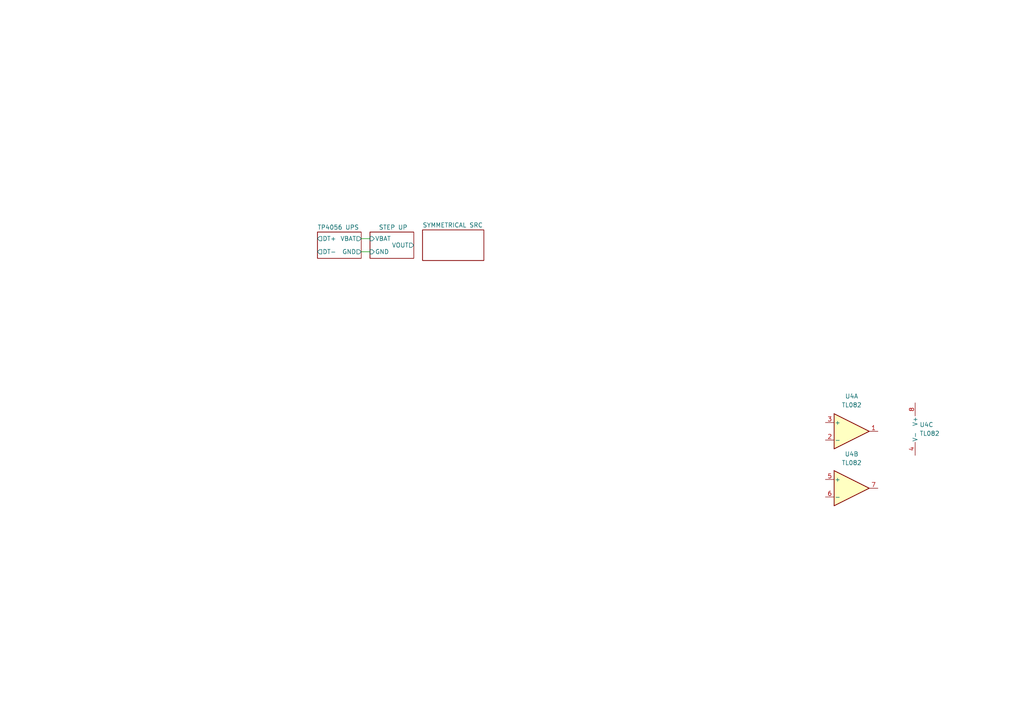
<source format=kicad_sch>
(kicad_sch (version 20230121) (generator eeschema)
  (paper "A4")
  (lib_symbols
    (symbol "Amplifier_Operational:TL082" (pin_names (offset 0.127))
      (property "Reference" "U" (at 0 5.08 0))
      (property "Value" "TL082" (at 0 -5.08 0))
      (symbol "TL082_1_1"
        (polyline (pts (xy -5.08 5.08) (xy 5.08 0) (xy -5.08 -5.08) (xy -5.08 5.08)) (stroke (width 0.254)) (fill (type background)))
        (pin output line (at 7.62 0 180) (length 2.54) (name "~") (number "1"))
        (pin input line (at -7.62 -2.54 0) (length 2.54) (name "-") (number "2"))
        (pin input line (at -7.62 2.54 0) (length 2.54) (name "+") (number "3"))
      )
      (symbol "TL082_2_1"
        (polyline (pts (xy -5.08 5.08) (xy 5.08 0) (xy -5.08 -5.08) (xy -5.08 5.08)) (stroke (width 0.254)) (fill (type background)))
        (pin input line (at -7.62 2.54 0) (length 2.54) (name "+") (number "5"))
        (pin input line (at -7.62 -2.54 0) (length 2.54) (name "-") (number "6"))
        (pin output line (at 7.62 0 180) (length 2.54) (name "~") (number "7"))
      )
      (symbol "TL082_3_1"
        (pin power_in line (at -2.54 -7.62 90) (length 3.81) (name "V-") (number "4"))
        (pin power_in line (at -2.54 7.62 270) (length 3.81) (name "V+") (number "8"))
      )
    )
  )
  (wire (pts (xy 104.775 69.215) (xy 107.315 69.215)))
  (wire (pts (xy 104.775 73.025) (xy 107.315 73.025)))
  (symbol (lib_id "Amplifier_Operational:TL082") (at 247.015 141.605 0) (unit 2)
    (property "Reference" "U4" (at 247.015 131.699 0))
    (property "Value" "TL082" (at 247.015 134.239 0))
    (property "Datasheet" "http://www.ti.com/lit/ds/symlink/tl081.pdf" (effects hide))
  )
  (symbol (lib_id "Amplifier_Operational:TL082") (at 247.015 125.095 0) (unit 1)
    (property "Reference" "U4" (at 247.015 114.935 0))
    (property "Value" "TL082" (at 247.015 117.475 0))
    (property "Datasheet" "http://www.ti.com/lit/ds/symlink/tl081.pdf" (effects hide))
  )
  (symbol (lib_id "Amplifier_Operational:TL082") (at 267.97 124.46 0) (unit 3)
    (property "Reference" "U4" (at 266.7 123.19 0) (effects (justify left)))
    (property "Value" "TL082" (at 266.7 125.73 0) (effects (justify left)))
    (property "Datasheet" "http://www.ti.com/lit/ds/symlink/tl081.pdf" (effects hide))
  )
  (sheet (at 92.075 67.31) (size 12.7 7.62) (stroke (width 0.1524))
    (property "Sheetname" "TP4056 UPS" (at 92.075 66.675 0) (effects (justify left bottom)))
    (property "Sheetfile" "TP4056_UPS.kicad_sch" (effects hide))
    (pin "VBAT" output (at 104.775 69.215 0))
    (pin "GND" output (at 104.775 73.025 0))
    (pin "DT+" output (at 92.075 69.215 180))
    (pin "DT-" output (at 92.075 73.025 180))
  )
  (sheet (at 107.315 67.31) (size 12.7 7.62) (stroke (width 0.1524))
    (property "Sheetname" "STEP UP" (at 109.855 66.675 0) (effects (justify left bottom)))
    (property "Sheetfile" "STEP_UP.kicad_sch" (effects hide))
    (pin "VOUT" output (at 120.015 71.12 0))
    (pin "GND" input (at 107.315 73.025 180))
    (pin "VBAT" input (at 107.315 69.215 180))
  )
  (sheet (at 122.555 66.675) (size 17.78 8.89) (stroke (width 0.1524))
    (property "Sheetname" "SYMMETRICAL SRC" (at 122.555 66.04 0) (effects (justify left bottom)))
    (property "Sheetfile" "SYMMETRICAL_SRC.kicad_sch" (effects hide))
  )
)
</source>
